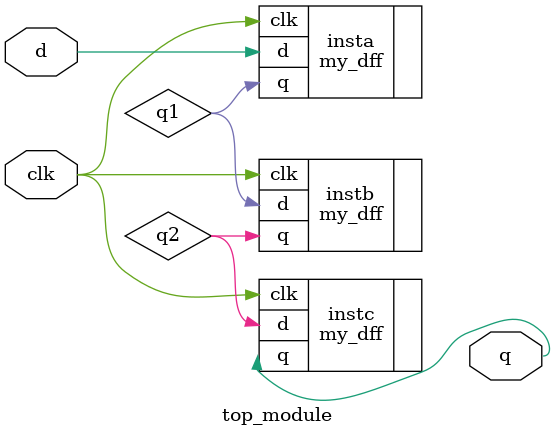
<source format=v>
module top_module ( input clk, input d, output q );
    wire q1;
    wire q2;
    my_dff insta(.clk(clk),.d(d),.q(q1));
    my_dff instb(.clk(clk),.d(q1),.q(q2));
    my_dff instc(.clk(clk),.d(q2),.q(q));
endmodule
</source>
